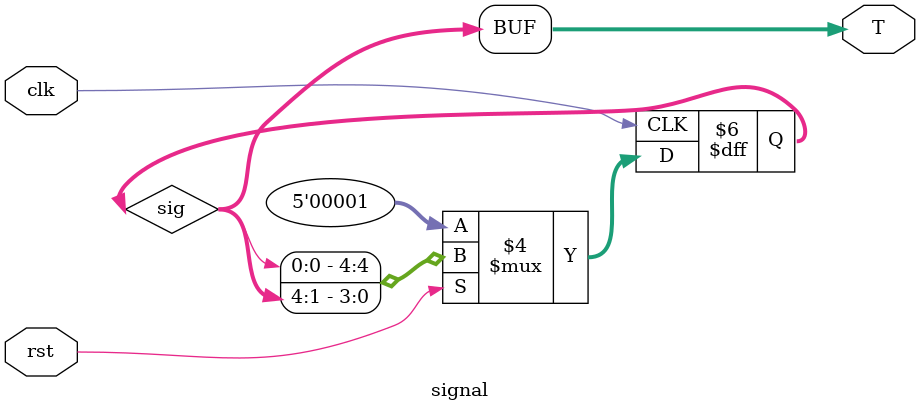
<source format=v>
`timescale 1ns / 1ps

module signal(//ÐÅºÅÉú³ÉÆ÷£¬Éú³ÉÎå¶ÎÐÅºÅ
input clk,
input rst,
output [4:0]T
    );
     reg [4:0]sig;
   
   always @(posedge  clk)begin 
   
   if (!rst) begin
   sig <= 5'b00001;
   end
   
   else begin
   repeat (5) begin
   sig <= {sig[0],sig[4:1]};
   #1;
   end
   end
   
   end 
   
   assign T = sig;
   
endmodule

</source>
